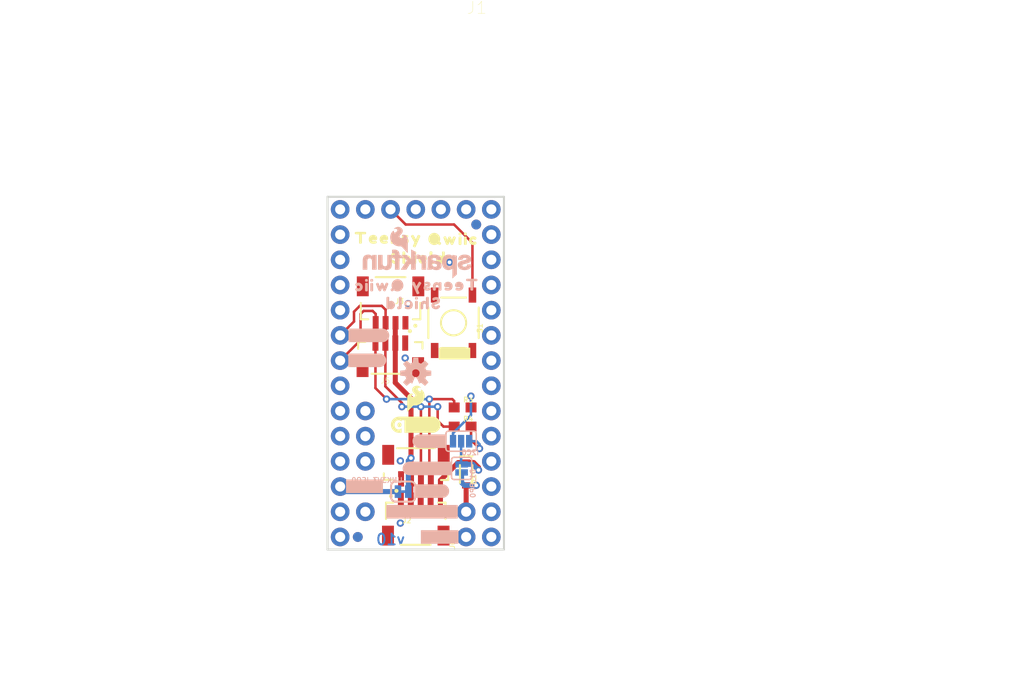
<source format=kicad_pcb>
(kicad_pcb (version 20211014) (generator pcbnew)
  (layers (0 "F.Cu" signal) (31 "B.Cu" signal) (34 "B.Paste" user) (35 "F.Paste" user) (36 "B.SilkS" user "B.Silkscreen") (37 "F.SilkS" user "F.Silkscreen") (38 "B.Mask" user) (39 "F.Mask" user) (44 "Edge.Cuts" user))
  (net 0 "")
  (net 1 "GND")
  (net 2 "3.3V")
  (net 3 "SDA")
  (net 4 "SCL")
  (net 5 "N$1")
  (net 6 "N$2")
  (net 7 "N$4")
  (net 8 "N$5")
  (net 9 "VBAT")
  (net 10 "VIN")
  (net 11 "VUSB")
  (net 12 "N$3")
  (net 13 "NC")
  (footprint "boardEagle:SFE_LOGO_FLAME_.1" (layer "F.Cu") (at 148.5011 107.5436)
    (fp_text reference "LOGO2" hide)
    (fp_text value "SFE_LOGO_FLAME.1_INCH" hide)
  )
  (footprint "boardEagle:JST04_1MM_VERT" (layer "F.Cu") (at 148.5011 116.4336)
    (fp_text reference "J4" (at 0.016 -4.566331) (layer "F.SilkS") (effects (font (size 0.564733 0.564733) (thickness 0.044867)) (justify left)))
    (fp_text value "QWIIC_Vertical")
    (pad "1" smd rect (at -1.478 -0.775) (size 0.6 1.55) (layers "F.Cu" "F.Paste" "F.Mask") (net 1 "GND"))
    (pad "2" smd rect (at -0.478 -0.775) (size 0.6 1.55) (layers "F.Cu" "F.Paste" "F.Mask") (net 2 "3.3V"))
    (pad "3" smd rect (at 0.522 -0.775) (size 0.6 1.55) (layers "F.Cu" "F.Paste" "F.Mask") (net 3 "SDA"))
    (pad "4" smd rect (at 1.522 -0.775) (size 0.6 1.55) (layers "F.Cu" "F.Paste" "F.Mask") (net 4 "SCL"))
    (pad "NC1" smd rect (at -2.778 -3.2) (size 1.2 2) (layers "F.Cu" "F.Paste" "F.Mask"))
    (pad "NC2" smd rect (at 2.822 -3.2) (size 1.2 2) (layers "F.Cu" "F.Paste" "F.Mask"))
  )
  (footprint "boardEagle:QWIIC0" (layer "F.Cu") (at 152.2857 91.4908)
    (fp_text reference "U$9" hide)
    (fp_text value "" hide)
  )
  (footprint "boardEagle:TEENSY0" (layer "F.Cu") (at 145.7579 91.3638)
    (fp_text reference "U$13" hide)
    (fp_text value "" hide)
  )
  (footprint "boardEagle:#PRG#0" (layer "F.Cu") (at 152.4127 103.0224)
    (fp_text reference "U$6" hide)
    (fp_text value "" hide)
  )
  (footprint "boardEagle:TEENSY_NOSILK" (layer "F.Cu") (at 148.5011 105.0036)
    (fp_text reference "J1" (at 5.08 -36.83) (layer "F.SilkS") (effects (font (size 1.230986 1.230986) (thickness 0.039014)) (justify left)))
    (fp_text value "TEENSY" hide)
    (pad "0" thru_hole circle (at 7.62 13.97) (size 1.8796 1.8796) (drill 1.016) (layers *.Cu *.Mask))
    (pad "1" thru_hole circle (at 7.62 11.43) (size 1.8796 1.8796) (drill 1.016) (layers *.Cu *.Mask))
    (pad "2" thru_hole circle (at 7.62 8.89) (size 1.8796 1.8796) (drill 1.016) (layers *.Cu *.Mask))
    (pad "3" thru_hole circle (at 7.62 6.35) (size 1.8796 1.8796) (drill 1.016) (layers *.Cu *.Mask))
    (pad "3.3V" thru_hole circle (at 2.54 -16.51) (size 1.8796 1.8796) (drill 1.016) (layers *.Cu *.Mask) (net 13 "NC"))
    (pad "3V" thru_hole circle (at -7.62 11.43) (size 1.8796 1.8796) (drill 1.016) (layers *.Cu *.Mask) (net 12 "N$3"))
    (pad "4" thru_hole circle (at 7.62 3.81) (size 1.8796 1.8796) (drill 1.016) (layers *.Cu *.Mask))
    (pad "5" thru_hole circle (at 7.62 1.27) (size 1.8796 1.8796) (drill 1.016) (layers *.Cu *.Mask))
    (pad "6" thru_hole circle (at 7.62 -1.27) (size 1.8796 1.8796) (drill 1.016) (layers *.Cu *.Mask))
    (pad "7" thru_hole circle (at 7.62 -3.81) (size 1.8796 1.8796) (drill 1.016) (layers *.Cu *.Mask))
    (pad "8" thru_hole circle (at 7.62 -6.35) (size 1.8796 1.8796) (drill 1.016) (layers *.Cu *.Mask))
    (pad "9" thru_hole circle (at 7.62 -8.89) (size 1.8796 1.8796) (drill 1.016) (layers *.Cu *.Mask))
    (pad "10" thru_hole circle (at 7.62 -11.43) (size 1.8796 1.8796) (drill 1.016) (layers *.Cu *.Mask))
    (pad "11" thru_hole circle (at 7.62 -13.97) (size 1.8796 1.8796) (drill 1.016) (layers *.Cu *.Mask))
    (pad "12" thru_hole circle (at 7.62 -16.51) (size 1.8796 1.8796) (drill 1.016) (layers *.Cu *.Mask))
    (pad "13" thru_hole circle (at -7.62 -16.51) (size 1.8796 1.8796) (drill 1.016) (layers *.Cu *.Mask))
    (pad "14" thru_hole circle (at -7.62 -13.97) (size 1.8796 1.8796) (drill 1.016) (layers *.Cu *.Mask))
    (pad "15" thru_hole circle (at -7.62 -11.43) (size 1.8796 1.8796) (drill 1.016) (layers *.Cu *.Mask))
    (pad "16" thru_hole circle (at -7.62 -8.89) (size 1.8796 1.8796) (drill 1.016) (layers *.Cu *.Mask))
    (pad "17" thru_hole circle (at -7.62 -6.35) (size 1.8796 1.8796) (drill 1.016) (layers *.Cu *.Mask))
    (pad "18" thru_hole circle (at -7.62 -3.81) (size 1.8796 1.8796) (drill 1.016) (layers *.Cu *.Mask) (net 3 "SDA"))
    (pad "19" thru_hole circle (at -7.62 -1.27) (size 1.8796 1.8796) (drill 1.016) (layers *.Cu *.Mask) (net 4 "SCL"))
    (pad "20" thru_hole circle (at -7.62 1.27) (size 1.8796 1.8796) (drill 1.016) (layers *.Cu *.Mask))
    (pad "21" thru_hole circle (at -7.62 3.81) (size 1.8796 1.8796) (drill 1.016) (layers *.Cu *.Mask))
    (pad "22" thru_hole circle (at -7.62 6.35) (size 1.8796 1.8796) (drill 1.016) (layers *.Cu *.Mask))
    (pad "23" thru_hole circle (at -7.62 8.89) (size 1.8796 1.8796) (drill 1.016) (layers *.Cu *.Mask))
    (pad "A10" thru_hole circle (at -5.08 6.35) (size 1.8796 1.8796) (drill 1.016) (layers *.Cu *.Mask))
    (pad "A11" thru_hole circle (at -5.08 3.81) (size 1.8796 1.8796) (drill 1.016) (layers *.Cu *.Mask))
    (pad "A14/DAC" thru_hole circle (at -5.08 -16.51) (size 1.8796 1.8796) (drill 1.016) (layers *.Cu *.Mask))
    (pad "AGND" thru_hole circle (at -7.62 13.97) (size 1.8796 1.8796) (drill 1.016) (layers *.Cu *.Mask) (net 1 "GND"))
    (pad "AREF" thru_hole circle (at -5.08 8.89) (size 1.8796 1.8796) (drill 1.016) (layers *.Cu *.Mask))
    (pad "GND" thru_hole circle (at 0 -16.51) (size 1.8796 1.8796) (drill 1.016) (layers *.Cu *.Mask) (net 1 "GND"))
    (pad "GND1" thru_hole circle (at 7.62 16.51) (size 1.8796 1.8796) (drill 1.016) (layers *.Cu *.Mask) (net 1 "GND"))
    (pad "PROG" thru_hole circle (at -2.54 -16.51) (size 1.8796 1.8796) (drill 1.016) (layers *.Cu *.Mask) (net 8 "N$5"))
    (pad "VBAT" thru_hole circle (at 5.08 -16.51) (size 1.8796 1.8796) (drill 1.016) (layers *.Cu *.Mask) (net 9 "VBAT"))
    (pad "VIN" thru_hole circle (at -7.62 16.51) (size 1.8796 1.8796) (drill 1.016) (layers *.Cu *.Mask) (net 10 "VIN"))
    (pad "VUSB" thru_hole circle (at -5.08 13.97) (size 1.8796 1.8796) (drill 1.016) (layers *.Cu *.Mask) (net 11 "VUSB"))
  )
  (footprint "boardEagle:CREATIVE_COMMONS" (layer "F.Cu") (at 126.9111 135.4836)
    (fp_text reference "FRAME1" hide)
    (fp_text value "FRAME-LETTER" hide)
  )
  (footprint "boardEagle:0603" (layer "F.Cu") (at 153.2255 110.3884)
    (fp_text reference "R4" (at 0 -0.762) (layer "F.SilkS") (effects (font (size 0.512064 0.512064) (thickness 0.097536)) (justify left)))
    (fp_text value "4.7k")
    (pad "1" smd rect (at -0.85 0) (size 1.1 1) (layers "F.Cu" "F.Paste" "F.Mask") (net 3 "SDA"))
    (pad "2" smd rect (at 0.85 0) (size 1.1 1) (layers "F.Cu" "F.Paste" "F.Mask") (net 5 "N$1"))
  )
  (footprint "boardEagle:SHIELD0" (layer "F.Cu") (at 148.8059 93.3958)
    (fp_text reference "U$8" hide)
    (fp_text value "" hide)
  )
  (footprint "boardEagle:3V36" (layer "F.Cu") (at 139.6111 122.7836)
    (fp_text reference "U$3" hide)
    (fp_text value "" hide)
  )
  (footprint "boardEagle:0603" (layer "F.Cu") (at 153.2255 108.458)
    (fp_text reference "R3" (at 0 -0.762) (layer "F.SilkS") (effects (font (size 0.512064 0.512064) (thickness 0.097536)) (justify left)))
    (fp_text value "4.7k")
    (pad "1" smd rect (at -0.85 0) (size 1.1 1) (layers "F.Cu" "F.Paste" "F.Mask") (net 4 "SCL"))
    (pad "2" smd rect (at 0.85 0) (size 1.1 1) (layers "F.Cu" "F.Paste" "F.Mask") (net 6 "N$2"))
  )
  (footprint "boardEagle:SOD-323" (layer "F.Cu") (at 153.5811 115.1636 -90)
    (fp_text reference "D1" (at 0 -0.762 90) (layer "F.SilkS") (effects (font (size 0.512064 0.512064) (thickness 0.097536)) (justify right)))
    (fp_text value "3A/10V/280mV")
    (pad "A" smd rect (at 1.15 0 270) (size 0.63 0.83) (layers "F.Cu" "F.Paste" "F.Mask") (net 7 "N$4"))
    (pad "C" smd rect (at -1.15 0 270) (size 0.63 0.83) (layers "F.Cu" "F.Paste" "F.Mask") (net 2 "3.3V"))
  )
  (footprint "boardEagle:JST04_1MM_VERT" (layer "F.Cu") (at 145.9611 101.1936 180)
    (fp_text reference "J5" (at 0.016 -4.566332) (layer "F.SilkS") (effects (font (size 0.564733 0.564733) (thickness 0.044867)) (justify right)))
    (fp_text value "QWIIC_Vertical")
    (pad "1" smd rect (at -1.478 -0.775 180) (size 0.6 1.55) (layers "F.Cu" "F.Paste" "F.Mask") (net 1 "GND"))
    (pad "2" smd rect (at -0.478 -0.775 180) (size 0.6 1.55) (layers "F.Cu" "F.Paste" "F.Mask") (net 2 "3.3V"))
    (pad "3" smd rect (at 0.522 -0.775 180) (size 0.6 1.55) (layers "F.Cu" "F.Paste" "F.Mask") (net 3 "SDA"))
    (pad "4" smd rect (at 1.522 -0.775 180) (size 0.6 1.55) (layers "F.Cu" "F.Paste" "F.Mask") (net 4 "SCL"))
    (pad "NC1" smd rect (at -2.778 -3.2 180) (size 1.2 2) (layers "F.Cu" "F.Paste" "F.Mask"))
    (pad "NC2" smd rect (at 2.822 -3.2 180) (size 1.2 2) (layers "F.Cu" "F.Paste" "F.Mask"))
  )
  (footprint "boardEagle:JST04_1MM_RA" (layer "F.Cu") (at 145.9611 99.9236 180)
    (fp_text reference "J3" (at -1.397 2.159) (layer "F.SilkS") (effects (font (size 0.512064 0.512064) (thickness 0.097536)) (justify right)))
    (fp_text value "QWIIC_RA")
    (pad "1" smd rect (at -1.5 0 180) (size 0.6 1.35) (layers "F.Cu" "F.Paste" "F.Mask") (net 1 "GND"))
    (pad "2" smd rect (at -0.5 0 180) (size 0.6 1.35) (layers "F.Cu" "F.Paste" "F.Mask") (net 2 "3.3V"))
    (pad "3" smd rect (at 0.5 0 180) (size 0.6 1.35) (layers "F.Cu" "F.Paste" "F.Mask") (net 3 "SDA"))
    (pad "4" smd rect (at 1.5 0 180) (size 0.6 1.35) (layers "F.Cu" "F.Paste" "F.Mask") (net 4 "SCL"))
    (pad "NC1" smd rect (at 2.8 3.675 180) (size 1.2 2) (layers "F.Cu" "F.Paste" "F.Mask"))
    (pad "NC2" smd rect (at -2.8 3.675 180) (size 1.2 2) (layers "F.Cu" "F.Paste" "F.Mask"))
  )
  (footprint "boardEagle:QWIIC_5MM" (layer "F.Cu") (at 148.4757 110.1852)
    (fp_text reference "LOGO4" hide)
    (fp_text value "QWIIC_LOGO_5MM" hide)
  )
  (footprint "boardEagle:JST04_1MM_RA" (layer "F.Cu") (at 148.5011 117.7036)
    (fp_text reference "J2" (at -1.397 2.159) (layer "F.SilkS") (effects (font (size 0.512064 0.512064) (thickness 0.097536)) (justify left)))
    (fp_text value "QWIIC_RA")
    (pad "1" smd rect (at -1.5 0) (size 0.6 1.35) (layers "F.Cu" "F.Paste" "F.Mask") (net 1 "GND"))
    (pad "2" smd rect (at -0.5 0) (size 0.6 1.35) (layers "F.Cu" "F.Paste" "F.Mask") (net 2 "3.3V"))
    (pad "3" smd rect (at 0.5 0) (size 0.6 1.35) (layers "F.Cu" "F.Paste" "F.Mask") (net 3 "SDA"))
    (pad "4" smd rect (at 1.5 0) (size 0.6 1.35) (layers "F.Cu" "F.Paste" "F.Mask") (net 4 "SCL"))
    (pad "NC1" smd rect (at 2.8 3.675) (size 1.2 2) (layers "F.Cu" "F.Paste" "F.Mask"))
    (pad "NC2" smd rect (at -2.8 3.675) (size 1.2 2) (layers "F.Cu" "F.Paste" "F.Mask"))
  )
  (footprint "boardEagle:FIDUCIAL-1X2" (layer "F.Cu") (at 154.5971 90.0176)
    (fp_text reference "FD3" hide)
    (fp_text value "FIDUCIAL1X2" hide)
    (pad "1" smd roundrect (at 0 0) (size 1 1) (layers "F.Cu" "F.Mask") (roundrect_rratio 0.5))
  )
  (footprint "boardEagle:TACTILE_SWITCH_SMD_5.2MM" (layer "F.Cu") (at 152.3111 99.9236 -90)
    (fp_text reference "S1" (at 0 -2.667 90) (layer "F.SilkS") (effects (font (size 0.512064 0.512064) (thickness 0.097536)) (justify right)))
    (fp_text value "SMD_5.2MM")
    (pad "1" smd rect (at -2.794 -1.905) (size 0.762 1.524) (layers "F.Cu" "F.Paste" "F.Mask") (net 8 "N$5"))
    (pad "2" smd rect (at 2.794 -1.905) (size 0.762 1.524) (layers "F.Cu" "F.Paste" "F.Mask"))
    (pad "3" smd rect (at -2.794 1.905) (size 0.762 1.524) (layers "F.Cu" "F.Paste" "F.Mask") (net 1 "GND"))
    (pad "4" smd rect (at 2.794 1.905) (size 0.762 1.524) (layers "F.Cu" "F.Paste" "F.Mask"))
  )
  (footprint "boardEagle:1X02_NO_SILK" (layer "F.Cu") (at 153.5811 121.5136 90)
    (fp_text reference "J6" (at -1.27 -1.397 90) (layer "F.SilkS") (effects (font (size 0.512064 0.512064) (thickness 0.097536)) (justify left)))
    (fp_text value "ALT PWR")
    (pad "1" thru_hole circle (at 0 0 180) (size 1.8796 1.8796) (drill 1.016) (layers *.Cu *.Mask) (net 1 "GND"))
    (pad "2" thru_hole circle (at 2.54 0 180) (size 1.8796 1.8796) (drill 1.016) (layers *.Cu *.Mask) (net 7 "N$4"))
  )
  (footprint "boardEagle:FIDUCIAL-1X2" (layer "F.Cu") (at 142.6591 121.5136)
    (fp_text reference "FD1" hide)
    (fp_text value "FIDUCIAL1X2" hide)
    (pad "1" smd roundrect (at 0 0) (size 1 1) (layers "F.Cu" "F.Mask") (roundrect_rratio 0.5))
  )
  (footprint "boardEagle:#I2C#0" (layer "B.Cu") (at 151.9301 111.8616 180)
    (fp_text reference "U$1" hide)
    (fp_text value "" hide)
  )
  (footprint "boardEagle:SMT-JUMPER_2_NC_TRACE_SILK" (layer "B.Cu") (at 147.2311 116.9416 180)
    (fp_text reference "UNK3V3_ISO0" (at 0 1.143) (layer "B.SilkS") (effects (font (size 0.512064 0.512064) (thickness 0.097536)) (justify left mirror)))
    (fp_text value "")
    (fp_poly (pts (xy 0.1905 -0.13335) (xy -0.70485 -0.13335) (xy -0.70485 0.13335) (xy 0.1905 0.13335)) (layer "B.Cu") (width 0) (fill solid))
    (pad "1" smd rect (at -0.5207 0 180) (size 0.6604 1.27) (layers "B.Cu" "B.Mask") (net 2 "3.3V"))
    (pad "2" smd rect (at 0.5207 0 180) (size 0.6604 1.27) (layers "B.Cu" "B.Mask") (net 12 "N$3"))
  )
  (footprint "boardEagle:#GND#0" (layer "B.Cu") (at 150.9141 121.5136 180)
    (fp_text reference "U$7" hide)
    (fp_text value "" hide)
  )
  (footprint "boardEagle:OSHW-LOGO-S" (layer "B.Cu") (at 148.5011 105.0036 180)
    (fp_text reference "LOGO3" hide)
    (fp_text value "OSHW-LOGOS" hide)
  )
  (footprint "boardEagle:#ISO#0" (layer "B.Cu") (at 149.9489 116.8908 180)
    (fp_text reference "U$10" hide)
    (fp_text value "" hide)
  )
  (footprint "boardEagle:SMT-JUMPER_2_NO_SILK" (layer "B.Cu") (at 153.1239 114.6048 90)
    (fp_text reference "D1_BP0" (at 0 1.143 90) (layer "B.SilkS") (effects (font (size 0.512064 0.512064) (thickness 0.097536)) (justify left mirror)))
    (fp_text value "")
    (pad "1" smd rect (at -0.4064 0 90) (size 0.635 1.27) (layers "B.Cu" "B.Mask") (net 7 "N$4"))
    (pad "2" smd rect (at 0.4064 0 90) (size 0.635 1.27) (layers "B.Cu" "B.Mask") (net 2 "3.3V"))
  )
  (footprint "boardEagle:FIDUCIAL-1X2" (layer "B.Cu") (at 142.6591 121.5136 180)
    (fp_text reference "FD2" hide)
    (fp_text value "FIDUCIAL1X2" hide)
    (pad "1" smd roundrect (at 0 0 180) (size 1 1) (layers "B.Cu" "B.Mask") (roundrect_rratio 0.5))
  )
  (footprint "boardEagle:SHIELD0" (layer "B.Cu") (at 148.1709 97.9678 180)
    (fp_text reference "U$12" hide)
    (fp_text value "" hide)
  )
  (footprint "boardEagle:#3V3#0" (layer "B.Cu") (at 145.5293 116.4082 180)
    (fp_text reference "U$15" hide)
    (fp_text value "" hide)
  )
  (footprint "boardEagle:QWIIC0" (layer "B.Cu") (at 144.7419 96.1644 180)
    (fp_text reference "U$11" hide)
    (fp_text value "" hide)
  )
  (footprint "boardEagle:SFE_LOGO_NAME_FLAME_.1" (layer "B.Cu") (at 148.5519 93.9546 180)
    (fp_text reference "LOGO1" hide)
    (fp_text value "SFE_LOGO_NAME_FLAME.1_INCH" hide)
  )
  (footprint "boardEagle:TEENSY0" (layer "B.Cu") (at 151.3205 96.0882 180)
    (fp_text reference "U$2" hide)
    (fp_text value "" hide)
  )
  (footprint "boardEagle:#SDA#0" (layer "B.Cu") (at 141.3891 101.1936 180)
    (fp_text reference "U$18" hide)
    (fp_text value "" hide)
  )
  (footprint "boardEagle:#ALT_3V3#0" (layer "B.Cu") (at 149.1361 118.9736 180)
    (fp_text reference "U$5" hide)
    (fp_text value "" hide)
  )
  (footprint "boardEagle:#SCL#0" (layer "B.Cu") (at 141.3637 103.7082 180)
    (fp_text reference "U$19" hide)
    (fp_text value "" hide)
  )
  (footprint "boardEagle:#D1_BP#0" (layer "B.Cu") (at 152.4635 114.6048 180)
    (fp_text reference "U$4" hide)
    (fp_text value "" hide)
  )
  (footprint "boardEagle:SMT-JUMPER_3_NO_SILK" (layer "B.Cu") (at 153.0731 111.8616)
    (fp_text reference "I2C0" (at 0 1.143) (layer "B.SilkS") (effects (font (size 0.512064 0.512064) (thickness 0.097536)) (justify right mirror)))
    (fp_text value "JUMPER-SMT_3_NO_SILK")
    (pad "1" smd rect (at -0.8128 0) (size 0.635 1.27) (layers "B.Cu" "B.Mask") (net 6 "N$2"))
    (pad "2" smd rect (at 0 0) (size 0.635 1.27) (layers "B.Cu" "B.Mask") (net 2 "3.3V"))
    (pad "3" smd rect (at 0.8128 0) (size 0.635 1.27) (layers "B.Cu" "B.Mask") (net 5 "N$1"))
  )
  (footprint "boardEagle:FIDUCIAL-1X2" (layer "B.Cu") (at 154.5971 90.0176 180)
    (fp_text reference "FD4" hide)
    (fp_text value "FIDUCIAL1X2" hide)
    (pad "1" smd roundrect (at 0 0 180) (size 1 1) (layers "B.Cu" "B.Mask") (roundrect_rratio 0.5))
  )
  (gr_line (start 139.6111 122.7836) (end 157.3911 122.7836) (layer "Edge.Cuts") (width 0.2032))
  (gr_line (start 139.6111 87.2236) (end 139.6111 122.7836) (layer "Edge.Cuts") (width 0.2032))
  (gr_line (start 157.3911 122.7836) (end 157.3911 87.2236) (layer "Edge.Cuts") (width 0.2032))
  (gr_line (start 139.6111 87.2236) (end 157.3911 87.2236) (layer "Edge.Cuts") (width 0.2032))
  (gr_text "v10" (at 145.9611 122.4026) (layer "B.Cu") (effects (font (size 1.0795 1.0795) (thickness 0.1905)) (justify bottom mirror)))
  (via (at 147.4343 103.4796) (size 0.7366) (drill 0.381) (layers "F.Cu" "B.Cu") (net 1))
  (via (at 147.7391 97.9932) (size 0.7366) (drill 0.381) (layers "F.Cu" "B.Cu") (net 1))
  (via (at 146.9517 113.8428) (size 0.7366) (drill 0.381) (layers "F.Cu" "B.Cu") (net 1))
  (via (at 151.9047 93.8276) (size 0.7366) (drill 0.381) (layers "F.Cu" "B.Cu") (net 1))
  (via (at 146.9517 120.1166) (size 0.7366) (drill 0.381) (layers "F.Cu" "B.Cu") (net 1))
  (segment (start 153.5811 114.0136) (end 152.7753 114.0136) (width 0.508) (layer "F.Cu") (net 2))
  (segment (start 148.0011 118.7022) (end 148.2979 118.999) (width 0.508) (layer "F.Cu") (net 2))
  (segment (start 154.8257 114.5032) (end 154.8257 114.7699) (width 0.508) (layer "F.Cu") (net 2))
  (segment (start 150.9903 115.7986) (end 150.9903 118.5672) (width 0.508) (layer "F.Cu") (net 2))
  (segment (start 148.0011 117.7036) (end 148.0011 118.7022) (width 0.508) (layer "F.Cu") (net 2))
  (segment (start 152.7753 114.0136) (end 150.9903 115.7986) (width 0.508) (layer "F.Cu") (net 2))
  (segment (start 148.0231 115.6586) (end 148.0231 113.568) (width 0.508) (layer "F.Cu") (net 2))
  (segment (start 148.0231 113.568) (end 148.0185 113.5634) (width 0.508) (layer "F.Cu") (net 2))
  (segment (start 148.0231 107.5482) (end 148.0231 113.568) (width 0.508) (layer "F.Cu") (net 2))
  (segment (start 150.9903 118.5672) (end 150.5585 118.999) (width 0.508) (layer "F.Cu") (net 2))
  (segment (start 148.2979 118.999) (end 150.5585 118.999) (width 0.508) (layer "F.Cu") (net 2))
  (segment (start 148.0011 117.7036) (end 148.0011 115.6806) (width 0.508) (layer "F.Cu") (net 2))
  (segment (start 154.3361 114.0136) (end 154.8257 114.5032) (width 0.508) (layer "F.Cu") (net 2))
  (segment (start 148.0011 115.6806) (end 148.0231 115.6586) (width 0.508) (layer "F.Cu") (net 2))
  (segment (start 146.4391 105.9642) (end 148.0231 107.5482) (width 0.508) (layer "F.Cu") (net 2))
  (segment (start 146.4391 101.9686) (end 146.4391 105.9642) (width 0.508) (layer "F.Cu") (net 2))
  (segment (start 146.4391 99.9456) (end 146.4611 99.9236) (width 0.508) (layer "F.Cu") (net 2))
  (segment (start 146.4391 101.9686) (end 146.4391 99.9456) (width 0.508) (layer "F.Cu") (net 2))
  (segment (start 153.5811 114.0136) (end 154.3361 114.0136) (width 0.508) (layer "F.Cu") (net 2))
  (via (at 154.8257 114.7699) (size 0.7366) (drill 0.381) (layers "F.Cu" "B.Cu") (net 2))
  (via (at 148.0185 113.5634) (size 0.7366) (drill 0.381) (layers "F.Cu" "B.Cu") (net 2))
  (segment (start 153.1239 114.1984) (end 154.2542 114.1984) (width 0.508) (layer "B.Cu") (net 2))
  (segment (start 147.7518 113.8301) (end 148.0185 113.5634) (width 0.508) (layer "B.Cu") (net 2))
  (segment (start 154.2542 114.1984) (end 154.8257 114.7699) (width 0.508) (layer "B.Cu") (net 2))
  (segment (start 147.7518 116.9416) (end 147.7518 113.8301) (width 0.508) (layer "B.Cu") (net 2))
  (segment (start 153.0731 114.1476) (end 153.1239 114.1984) (width 0.254) (layer "B.Cu") (net 2))
  (segment (start 153.0731 111.8616) (end 153.0731 114.1476) (width 0.254) (layer "B.Cu") (net 2))
  (segment (start 149.0231 108.3958) (end 149.0091 108.3818) (width 0.254) (layer "F.Cu") (net 3))
  (segment (start 149.0231 115.6586) (end 149.0231 108.3958) (width 0.254) (layer "F.Cu") (net 3))
  (segment (start 152.3755 110.3884) (end 151.2951 110.3884) (width 0.254) (layer "F.Cu") (net 3))
  (segment (start 145.4611 98.6108) (end 145.4611 99.9236) (width 0.254) (layer "F.Cu") (net 3))
  (segment (start 149.0011 117.7036) (end 149.0011 115.6806) (width 0.254) (layer "F.Cu") (net 3))
  (segment (start 142.2781 98.806) (end 142.8623 98.2218) (width 0.254) (layer "F.Cu") (net 3))
  (segment (start 145.0721 98.2218) (end 145.4611 98.6108) (width 0.254) (layer "F.Cu") (net 3))
  (segment (start 142.8623 98.2218) (end 145.0721 98.2218) (width 0.254) (layer "F.Cu") (net 3))
  (segment (start 151.2951 110.3884) (end 150.7109 109.8042) (width 0.254) (layer "F.Cu") (net 3))
  (segment (start 145.4391 101.9686) (end 145.4391 106.3358) (width 0.254) (layer "F.Cu") (net 3))
  (segment (start 145.4391 106.3358) (end 147.1041 108.0008) (width 0.254) (layer "F.Cu") (net 3))
  (segment (start 150.7109 109.8042) (end 150.7109 108.3818) (width 0.254) (layer "F.Cu") (net 3))
  (segment (start 145.4611 101.9466) (end 145.4391 101.9686) (width 0.254) (layer "F.Cu") (net 3))
  (segment (start 147.1041 108.0008) (end 147.1041 108.3818) (width 0.254) (layer "F.Cu") (net 3))
  (segment (start 145.4611 99.9236) (end 145.4611 101.9466) (width 0.254) (layer "F.Cu") (net 3))
  (segment (start 142.2781 99.7966) (end 142.2781 98.806) (width 0.254) (layer "F.Cu") (net 3))
  (segment (start 149.0011 115.6806) (end 149.0231 115.6586) (width 0.254) (layer "F.Cu") (net 3))
  (segment (start 140.8811 101.1936) (end 142.2781 99.7966) (width 0.254) (layer "F.Cu") (net 3))
  (via (at 150.7109 108.3818) (size 0.7366) (drill 0.381) (layers "F.Cu" "B.Cu") (net 3))
  (via (at 149.0091 108.3818) (size 0.7366) (drill 0.381) (layers "F.Cu" "B.Cu") (net 3))
  (via (at 147.1041 108.3818) (size 0.7366) (drill 0.381) (layers "F.Cu" "B.Cu") (net 3))
  (segment (start 149.0091 108.3818) (end 150.7109 108.3818) (width 0.254) (layer "B.Cu") (net 3))
  (segment (start 147.1041 108.3818) (end 149.0091 108.3818) (width 0.254) (layer "B.Cu") (net 3))
  (segment (start 142.9385 101.6762) (end 142.9385 99.0346) (width 0.254) (layer "F.Cu") (net 4))
  (segment (start 149.8727 107.6198) (end 149.8727 115.5082) (width 0.254) (layer "F.Cu") (net 4))
  (segment (start 144.1577 98.7298) (end 144.4611 99.0332) (width 0.254) (layer "F.Cu") (net 4))
  (segment (start 144.4611 101.9466) (end 144.4391 101.9686) (width 0.254) (layer "F.Cu") (net 4))
  (segment (start 152.1841 107.6198) (end 149.8727 107.6198) (width 0.254) (layer "F.Cu") (net 4))
  (segment (start 142.9385 99.0346) (end 143.2433 98.7298) (width 0.254) (layer "F.Cu") (net 4))
  (segment (start 152.3755 107.8112) (end 152.1841 107.6198) (width 0.254) (layer "F.Cu") (net 4))
  (segment (start 150.0011 117.7036) (end 150.0011 115.6806) (width 0.254) (layer "F.Cu") (net 4))
  (segment (start 145.5547 107.6198) (end 144.4391 106.5042) (width 0.254) (layer "F.Cu") (net 4))
  (segment (start 149.8727 115.5082) (end 150.0231 115.6586) (width 0.254) (layer "F.Cu") (net 4))
  (segment (start 150.0011 115.6806) (end 150.0231 115.6586) (width 0.254) (layer "F.Cu") (net 4))
  (segment (start 143.2433 98.7298) (end 144.1577 98.7298) (width 0.254) (layer "F.Cu") (net 4))
  (segment (start 144.4391 101.9686) (end 144.4391 106.5042) (width 0.254) (layer "F.Cu") (net 4))
  (segment (start 144.4611 99.0332) (end 144.4611 99.9236) (width 0.254) (layer "F.Cu") (net 4))
  (segment (start 140.8811 103.7336) (end 142.9385 101.6762) (width 0.254) (layer "F.Cu") (net 4))
  (segment (start 144.4611 99.9236) (end 144.4611 101.9466) (width 0.254) (layer "F.Cu") (net 4))
  (segment (start 152.3755 108.458) (end 152.3755 107.8112) (width 0.254) (layer "F.Cu") (net 4))
  (via (at 149.8727 107.6198) (size 0.7366) (drill 0.381) (layers "F.Cu" "B.Cu") (net 4))
  (via (at 145.5547 107.6198) (size 0.7366) (drill 0.381) (layers "F.Cu" "B.Cu") (net 4))
  (segment (start 149.8727 107.6198) (end 145.5547 107.6198) (width 0.254) (layer "B.Cu") (net 4))
  (segment (start 154.0755 110.3884) (end 154.0755 111.7464) (width 0.254) (layer "F.Cu") (net 5))
  (segment (start 154.0755 111.7464) (end 154.9273 112.5982) (width 0.254) (layer "F.Cu") (net 5))
  (via (at 154.9273 112.5982) (size 0.7366) (drill 0.381) (layers "F.Cu" "B.Cu") (net 5))
  (segment (start 154.9273 112.1664) (end 154.6225 111.8616) (width 0.254) (layer "B.Cu") (net 5))
  (segment (start 154.9273 112.5982) (end 154.9273 112.1664) (width 0.254) (layer "B.Cu") (net 5))
  (segment (start 154.6225 111.8616) (end 153.8859 111.8616) (width 0.254) (layer "B.Cu") (net 5))
  (segment (start 154.0755 108.458) (end 154.0637 108.4462) (width 0.254) (layer "F.Cu") (net 6))
  (segment (start 154.0637 107.315) (end 154.0637 108.4462) (width 0.254) (layer "F.Cu") (net 6))
  (via (at 154.0637 107.315) (size 0.7366) (drill 0.381) (layers "F.Cu" "B.Cu") (net 6))
  (segment (start 154.0637 107.315) (end 154.0637 109.2454) (width 0.254) (layer "B.Cu") (net 6))
  (segment (start 152.2603 111.0488) (end 152.2603 111.8616) (width 0.254) (layer "B.Cu") (net 6))
  (segment (start 154.0637 109.2454) (end 152.2603 111.0488) (width 0.254) (layer "B.Cu") (net 6))
  (segment (start 153.5811 116.3136) (end 154.5901 116.3136) (width 0.508) (layer "F.Cu") (net 7))
  (segment (start 154.5901 116.3136) (end 154.5971 116.3066) (width 0.508) (layer "F.Cu") (net 7))
  (segment (start 153.5811 118.9736) (end 153.5811 116.3136) (width 0.508) (layer "F.Cu") (net 7))
  (via (at 154.5971 116.3066) (size 0.7366) (drill 0.381) (layers "F.Cu" "B.Cu") (net 7))
  (segment (start 153.4033 116.3066) (end 154.5971 116.3066) (width 0.508) (layer "B.Cu") (net 7))
  (segment (start 153.1239 115.0112) (end 153.1239 116.0272) (width 0.508) (layer "B.Cu") (net 7))
  (segment (start 153.1239 116.0272) (end 153.4033 116.3066) (width 0.508) (layer "B.Cu") (net 7))
  (segment (start 147.4851 90.0176) (end 145.9611 88.4936) (width 0.254) (layer "F.Cu") (net 8))
  (segment (start 154.2161 91.8718) (end 152.3619 90.0176) (width 0.254) (layer "F.Cu") (net 8))
  (segment (start 152.3619 90.0176) (end 147.4851 90.0176) (width 0.254) (layer "F.Cu") (net 8))
  (segment (start 154.2161 97.1296) (end 154.2161 91.8718) (width 0.254) (layer "F.Cu") (net 8))
  (segment (start 146.7104 116.9416) (end 141.3891 116.9416) (width 0.508) (layer "B.Cu") (net 12))
  (segment (start 141.3891 116.9416) (end 140.8811 116.4336) (width 0.508) (layer "B.Cu") (net 12))
)
</source>
